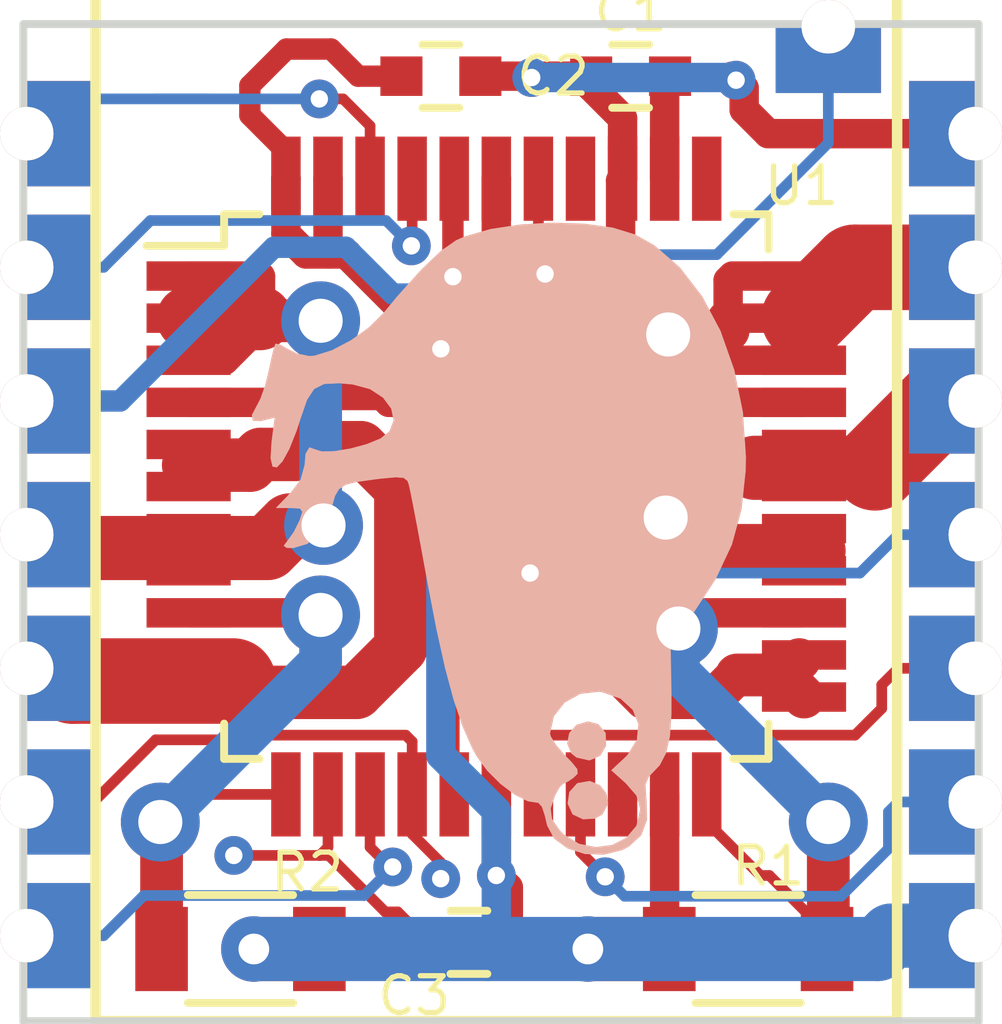
<source format=kicad_pcb>
(kicad_pcb (version 20171130) (host pcbnew "(5.1.12)-1")

  (general
    (thickness 1.6)
    (drawings 10)
    (tracks 326)
    (zones 0)
    (modules 22)
    (nets 23)
  )

  (page A4)
  (layers
    (0 F.Cu signal)
    (31 B.Cu signal)
    (32 B.Adhes user hide)
    (33 F.Adhes user hide)
    (34 B.Paste user hide)
    (35 F.Paste user hide)
    (36 B.SilkS user hide)
    (37 F.SilkS user hide)
    (38 B.Mask user hide)
    (39 F.Mask user hide)
    (40 Dwgs.User user hide)
    (41 Cmts.User user hide)
    (42 Eco1.User user hide)
    (43 Eco2.User user hide)
    (44 Edge.Cuts user)
    (45 Margin user hide)
    (46 B.CrtYd user hide)
    (47 F.CrtYd user hide)
    (48 B.Fab user hide)
    (49 F.Fab user hide)
  )

  (setup
    (last_trace_width 0.2032)
    (user_trace_width 0.254)
    (user_trace_width 0.4064)
    (user_trace_width 0.5588)
    (user_trace_width 0.762)
    (user_trace_width 0.8128)
    (user_trace_width 1.016)
    (user_trace_width 1.2192)
    (user_trace_width 2.032)
    (trace_clearance 0.2032)
    (zone_clearance 0.508)
    (zone_45_only no)
    (trace_min 0.2)
    (via_size 0.7366)
    (via_drill 0.3302)
    (via_min_size 0.4)
    (via_min_drill 0.3)
    (user_via 0.9906 0.3302)
    (user_via 1.2446 0.5842)
    (user_via 1.4986 0.8382)
    (user_via 1.7526 1.0922)
    (user_via 2.0066 1.3462)
    (user_via 2.2606 1.6002)
    (user_via 2.5146 1.8542)
    (user_via 2.7686 2.1082)
    (uvia_size 0.7366)
    (uvia_drill 0.3302)
    (uvias_allowed no)
    (uvia_min_size 0.2)
    (uvia_min_drill 0.1)
    (edge_width 0.15)
    (segment_width 0.2)
    (pcb_text_width 0.3)
    (pcb_text_size 1.5 1.5)
    (mod_edge_width 0.15)
    (mod_text_size 1 1)
    (mod_text_width 0.15)
    (pad_size 1.016 1.016)
    (pad_drill 1.016)
    (pad_to_mask_clearance 0.2)
    (aux_axis_origin 0 0)
    (visible_elements 7FFFFFFF)
    (pcbplotparams
      (layerselection 0x00030_80000001)
      (usegerberextensions false)
      (usegerberattributes true)
      (usegerberadvancedattributes true)
      (creategerberjobfile true)
      (excludeedgelayer true)
      (linewidth 0.100000)
      (plotframeref false)
      (viasonmask false)
      (mode 1)
      (useauxorigin false)
      (hpglpennumber 1)
      (hpglpenspeed 20)
      (hpglpendiameter 15.000000)
      (psnegative false)
      (psa4output false)
      (plotreference true)
      (plotvalue true)
      (plotinvisibletext false)
      (padsonsilk false)
      (subtractmaskfromsilk false)
      (outputformat 1)
      (mirror false)
      (drillshape 1)
      (scaleselection 1)
      (outputdirectory ""))
  )

  (net 0 "")
  (net 1 GND)
  (net 2 VPP)
  (net 3 "Net-(C3-Pad1)")
  (net 4 ~EN)
  (net 5 MISO)
  (net 6 MOSI)
  (net 7 SCK)
  (net 8 CSN)
  (net 9 STEP)
  (net 10 DIR)
  (net 11 SG_TEST)
  (net 12 VDD)
  (net 13 B1)
  (net 14 B2)
  (net 15 A2)
  (net 16 A1)
  (net 17 "Net-(R1-Pad1)")
  (net 18 "Net-(R2-Pad1)")
  (net 19 "Net-(U1-Pad20)")
  (net 20 "Net-(U1-Pad34)")
  (net 21 "Net-(U1-Pad37)")
  (net 22 "Net-(C1-Pad2)")

  (net_class Default "This is the default net class."
    (clearance 0.2032)
    (trace_width 0.2032)
    (via_dia 0.7366)
    (via_drill 0.3302)
    (uvia_dia 0.7366)
    (uvia_drill 0.3302)
    (add_net A1)
    (add_net A2)
    (add_net B1)
    (add_net B2)
    (add_net CSN)
    (add_net DIR)
    (add_net GND)
    (add_net MISO)
    (add_net MOSI)
    (add_net "Net-(C1-Pad2)")
    (add_net "Net-(C3-Pad1)")
    (add_net "Net-(R1-Pad1)")
    (add_net "Net-(R2-Pad1)")
    (add_net "Net-(U1-Pad20)")
    (add_net "Net-(U1-Pad34)")
    (add_net "Net-(U1-Pad37)")
    (add_net SCK)
    (add_net SG_TEST)
    (add_net STEP)
    (add_net VDD)
    (add_net VPP)
    (add_net ~EN)
  )

  (module Connectors:smd-edge (layer F.Cu) (tedit 57C48777) (tstamp 57C3819D)
    (at 157.607 98.298 180)
    (path /57C37AE0)
    (fp_text reference P10 (at -6.096 0 180) (layer F.SilkS)
      (effects (font (size 1 1) (thickness 0.15)))
    )
    (fp_text value VPP (at -2.667 0 180) (layer F.SilkS)
      (effects (font (size 1 1) (thickness 0.15)))
    )
    (pad 1 smd rect (at 0.635 0 180) (size 1.25 2) (layers F.Cu F.Paste F.Mask)
      (net 2 VPP))
    (pad 1 thru_hole circle (at 0 0 180) (size 1.016 1.016) (drill 1.016) (layers *.Cu *.SilkS)
      (net 2 VPP))
    (pad 1 smd rect (at 0.635 0 180) (size 1.25 2) (layers B.Cu B.Paste B.Mask)
      (net 2 VPP))
  )

  (module graphics:Kiwi-silk (layer B.Cu) (tedit 0) (tstamp 57C4A72D)
    (at 148.5011 106 90)
    (fp_text reference G*** (at 1.93294 -18.51914 90) (layer B.SilkS) hide
      (effects (font (size 1.524 1.524) (thickness 0.3)) (justify mirror))
    )
    (fp_text value LOGO (at -0.0091 -18.5011 90) (layer B.SilkS) hide
      (effects (font (size 1.524 1.524) (thickness 0.3)) (justify mirror))
    )
    (fp_poly (pts (xy -3.688247 2.075036) (xy -3.521848 1.936859) (xy -3.471333 1.742234) (xy -3.535127 1.524984)
      (xy -3.691507 1.389034) (xy -3.887968 1.35101) (xy -4.072006 1.427538) (xy -4.150378 1.527199)
      (xy -4.20467 1.769331) (xy -4.118715 1.972828) (xy -3.930258 2.083592) (xy -3.688247 2.075036)) (layer B.SilkS) (width 0.01))
    (fp_poly (pts (xy -4.84041 2.0936) (xy -4.682632 1.968271) (xy -4.603253 1.776929) (xy -4.64196 1.552361)
      (xy -4.650935 1.53471) (xy -4.810578 1.391445) (xy -5.028412 1.360078) (xy -5.227054 1.451047)
      (xy -5.2324 1.456267) (xy -5.323193 1.649688) (xy -5.309675 1.879163) (xy -5.2324 2.015067)
      (xy -5.036895 2.120128) (xy -4.84041 2.0936)) (layer B.SilkS) (width 0.01))
    (fp_poly (pts (xy 2.408064 4.684186) (xy 3.211965 4.519768) (xy 3.952217 4.258615) (xy 4.607631 3.911264)
      (xy 5.157013 3.48825) (xy 5.579173 3.00011) (xy 5.779099 2.644526) (xy 5.912059 2.212994)
      (xy 5.987545 1.672117) (xy 6.007098 1.071268) (xy 5.972262 0.459819) (xy 5.884579 -0.112859)
      (xy 5.745592 -0.597394) (xy 5.672666 -0.762001) (xy 5.469128 -1.054059) (xy 5.116586 -1.424774)
      (xy 4.615661 -1.873522) (xy 4.300817 -2.134205) (xy 4.022117 -2.414462) (xy 3.772247 -2.76206)
      (xy 3.581488 -3.125177) (xy 3.480121 -3.451994) (xy 3.471333 -3.553784) (xy 3.52073 -3.792661)
      (xy 3.606969 -3.965969) (xy 3.693898 -4.117575) (xy 3.706345 -4.195877) (xy 3.609528 -4.230528)
      (xy 3.39898 -4.281127) (xy 3.215835 -4.318284) (xy 2.919283 -4.390943) (xy 2.66506 -4.481057)
      (xy 2.569104 -4.530548) (xy 2.356554 -4.642492) (xy 2.250265 -4.626053) (xy 2.243836 -4.479264)
      (xy 2.254057 -4.433744) (xy 2.310007 -4.210822) (xy 1.832337 -4.270503) (xy 1.531954 -4.28765)
      (xy 1.379116 -4.252084) (xy 1.364437 -4.174708) (xy 1.478534 -4.066425) (xy 1.712021 -3.938139)
      (xy 2.055513 -3.800754) (xy 2.306396 -3.719718) (xy 2.647157 -3.600689) (xy 2.852786 -3.465493)
      (xy 2.949308 -3.273393) (xy 2.962746 -2.983652) (xy 2.939772 -2.728255) (xy 2.851156 -2.400297)
      (xy 2.687151 -2.150581) (xy 2.478139 -1.994577) (xy 2.254503 -1.947755) (xy 2.046627 -2.025583)
      (xy 1.904972 -2.201386) (xy 1.79682 -2.468089) (xy 1.713636 -2.778171) (xy 1.664587 -3.07873)
      (xy 1.65884 -3.316861) (xy 1.692454 -3.42794) (xy 1.735875 -3.551425) (xy 1.61972 -3.622495)
      (xy 1.408086 -3.640666) (xy 1.126323 -3.717195) (xy 0.871864 -3.911275) (xy 0.592667 -4.181884)
      (xy 0.592667 -3.913371) (xy 0.581828 -3.732534) (xy 0.518373 -3.685007) (xy 0.359988 -3.733321)
      (xy 0.132005 -3.847156) (xy -0.021012 -3.956015) (xy -0.127641 -4.036742) (xy -0.165159 -3.986862)
      (xy -0.169333 -3.861607) (xy -0.089665 -3.594035) (xy 0.129392 -3.356988) (xy 0.457914 -3.178261)
      (xy 0.621122 -3.127328) (xy 0.819388 -3.069576) (xy 0.950372 -2.992992) (xy 1.033846 -2.862427)
      (xy 1.089582 -2.642732) (xy 1.137351 -2.298757) (xy 1.15078 -2.185696) (xy 1.17612 -1.911293)
      (xy 1.16396 -1.759734) (xy 1.105612 -1.686997) (xy 1.047758 -1.663752) (xy 0.918515 -1.63459)
      (xy 0.650515 -1.581049) (xy 0.271708 -1.508469) (xy -0.189958 -1.422191) (xy -0.706535 -1.327557)
      (xy -0.804333 -1.309841) (xy -1.702119 -1.13752) (xy -2.449385 -0.97121) (xy -3.06457 -0.805698)
      (xy -3.566117 -0.635775) (xy -3.972466 -0.456229) (xy -4.13107 -0.369804) (xy -4.399724 -0.171977)
      (xy -4.654649 0.084818) (xy -4.859796 0.356266) (xy -4.979118 0.59805) (xy -4.995333 0.692694)
      (xy -5.010666 0.799303) (xy -5.083958 0.868561) (xy -5.256149 0.925754) (xy -5.44246 0.968868)
      (xy -5.693937 1.103386) (xy -5.877384 1.355014) (xy -5.981809 1.681425) (xy -5.990266 1.891969)
      (xy -5.859768 1.891969) (xy -5.796484 1.571005) (xy -5.617927 1.280459) (xy -5.542437 1.2065)
      (xy -5.323879 1.054137) (xy -5.120377 1.029155) (xy -4.872317 1.114257) (xy -4.714573 1.201499)
      (xy -4.653974 1.262424) (xy -4.606298 1.362277) (xy -4.537385 1.462445) (xy -4.460019 1.541728)
      (xy -4.376633 1.536532) (xy -4.245155 1.43173) (xy -4.125211 1.314278) (xy -3.926626 1.140265)
      (xy -3.756647 1.032786) (xy -3.696979 1.016) (xy -3.367795 1.092349) (xy -3.106161 1.297164)
      (xy -2.940756 1.5941) (xy -2.900264 1.94681) (xy -2.908696 2.014913) (xy -3.030769 2.36244)
      (xy -3.244757 2.596315) (xy -3.51727 2.704867) (xy -3.81492 2.676424) (xy -4.104318 2.499311)
      (xy -4.153552 2.450104) (xy -4.395709 2.190875) (xy -4.639938 2.464215) (xy -4.873828 2.666706)
      (xy -5.11447 2.736651) (xy -5.150325 2.737556) (xy -5.453058 2.666145) (xy -5.678548 2.476662)
      (xy -5.817287 2.206229) (xy -5.859768 1.891969) (xy -5.990266 1.891969) (xy -5.996224 2.040291)
      (xy -5.909638 2.389287) (xy -5.84431 2.516562) (xy -5.629181 2.753373) (xy -5.337468 2.861913)
      (xy -4.94366 2.851273) (xy -4.916555 2.847096) (xy -4.659855 2.833289) (xy -4.505841 2.901864)
      (xy -4.482219 2.927163) (xy -4.295872 3.105243) (xy -4.063431 3.225489) (xy -3.752546 3.296189)
      (xy -3.330865 3.325629) (xy -2.926406 3.325688) (xy -2.000478 3.30934) (xy -1.444739 3.718332)
      (xy -0.764255 4.16529) (xy -0.109436 4.473776) (xy 0.564842 4.659145) (xy 1.303705 4.736751)
      (xy 1.561708 4.741334) (xy 2.408064 4.684186)) (layer B.SilkS) (width 0.01))
  )

  (module Housings_QFP:LQFP-44_10x10mm_Pitch0.8mm (layer F.Cu) (tedit 57C48726) (tstamp 57C36823)
    (at 148.501 105.004)
    (descr "LQFP44 (see Appnote_PCB_Guidelines_TRINAMIC_packages.pdf)")
    (tags "QFP 0.8")
    (path /57C360A1)
    (attr smd)
    (fp_text reference U1 (at 5.8039 -5.715) (layer F.SilkS)
      (effects (font (size 0.7 0.7) (thickness 0.1)))
    )
    (fp_text value TMC261 (at 0 7.65) (layer F.Fab)
      (effects (font (size 1 1) (thickness 0.15)))
    )
    (fp_line (start -5.175 -4.575) (end -6.65 -4.575) (layer F.SilkS) (width 0.15))
    (fp_line (start 5.175 -5.175) (end 4.505 -5.175) (layer F.SilkS) (width 0.15))
    (fp_line (start 5.175 5.175) (end 4.505 5.175) (layer F.SilkS) (width 0.15))
    (fp_line (start -5.175 5.175) (end -4.505 5.175) (layer F.SilkS) (width 0.15))
    (fp_line (start -5.175 -5.175) (end -4.505 -5.175) (layer F.SilkS) (width 0.15))
    (fp_line (start -5.175 5.175) (end -5.175 4.505) (layer F.SilkS) (width 0.15))
    (fp_line (start 5.175 5.175) (end 5.175 4.505) (layer F.SilkS) (width 0.15))
    (fp_line (start 5.175 -5.175) (end 5.175 -4.505) (layer F.SilkS) (width 0.15))
    (fp_line (start -5.175 -5.175) (end -5.175 -4.575) (layer F.SilkS) (width 0.15))
    (fp_line (start -6.9 6.9) (end 6.9 6.9) (layer F.CrtYd) (width 0.05))
    (fp_line (start -6.9 -6.9) (end 6.9 -6.9) (layer F.CrtYd) (width 0.05))
    (fp_line (start 6.9 -6.9) (end 6.9 6.9) (layer F.CrtYd) (width 0.05))
    (fp_line (start -6.9 -6.9) (end -6.9 6.9) (layer F.CrtYd) (width 0.05))
    (fp_line (start -5 -4) (end -4 -5) (layer F.Fab) (width 0.15))
    (fp_line (start -5 5) (end -5 -4) (layer F.Fab) (width 0.15))
    (fp_line (start 5 5) (end -5 5) (layer F.Fab) (width 0.15))
    (fp_line (start 5 -5) (end 5 5) (layer F.Fab) (width 0.15))
    (fp_line (start -4 -5) (end 5 -5) (layer F.Fab) (width 0.15))
    (fp_text user %R (at -5.5011 -6.0036) (layer F.Fab)
      (effects (font (size 1 1) (thickness 0.15)))
    )
    (pad 1 smd rect (at -5.85 -4) (size 1.6 0.56) (layers F.Cu F.Paste F.Mask)
      (net 16 A1))
    (pad 2 smd rect (at -5.85 -3.2) (size 1.6 0.56) (layers F.Cu F.Paste F.Mask)
      (net 16 A1))
    (pad 3 smd rect (at -5.85 -2.4) (size 1.6 0.56) (layers F.Cu F.Paste F.Mask)
      (net 16 A1))
    (pad 4 smd rect (at -5.85 -1.6) (size 1.6 0.56) (layers F.Cu F.Paste F.Mask)
      (net 2 VPP))
    (pad 5 smd rect (at -5.85 -0.8) (size 1.6 0.56) (layers F.Cu F.Paste F.Mask)
      (net 15 A2))
    (pad 6 smd rect (at -5.85 0) (size 1.6 0.56) (layers F.Cu F.Paste F.Mask)
      (net 15 A2))
    (pad 7 smd rect (at -5.85 0.8) (size 1.6 0.56) (layers F.Cu F.Paste F.Mask)
      (net 16 A1))
    (pad 8 smd rect (at -5.85 1.6) (size 1.6 0.56) (layers F.Cu F.Paste F.Mask)
      (net 16 A1))
    (pad 9 smd rect (at -5.85 2.4) (size 1.6 0.56) (layers F.Cu F.Paste F.Mask)
      (net 18 "Net-(R2-Pad1)"))
    (pad 10 smd rect (at -5.85 3.2) (size 1.6 0.56) (layers F.Cu F.Paste F.Mask)
      (net 15 A2))
    (pad 11 smd rect (at -5.85 4) (size 1.6 0.56) (layers F.Cu F.Paste F.Mask)
      (net 15 A2))
    (pad 12 smd rect (at -4 5.85 90) (size 1.6 0.56) (layers F.Cu F.Paste F.Mask)
      (net 18 "Net-(R2-Pad1)"))
    (pad 13 smd rect (at -3.2 5.85 90) (size 1.6 0.56) (layers F.Cu F.Paste F.Mask)
      (net 3 "Net-(C3-Pad1)"))
    (pad 14 smd rect (at -2.4 5.85 90) (size 1.6 0.56) (layers F.Cu F.Paste F.Mask)
      (net 5 MISO))
    (pad 15 smd rect (at -1.6 5.85 90) (size 1.6 0.56) (layers F.Cu F.Paste F.Mask)
      (net 6 MOSI))
    (pad 16 smd rect (at -0.8 5.85 90) (size 1.6 0.56) (layers F.Cu F.Paste F.Mask)
      (net 7 SCK))
    (pad 17 smd rect (at 0 5.85 90) (size 1.6 0.56) (layers F.Cu F.Paste F.Mask)
      (net 1 GND))
    (pad 18 smd rect (at 0.8 5.85 90) (size 1.6 0.56) (layers F.Cu F.Paste F.Mask)
      (net 8 CSN))
    (pad 19 smd rect (at 1.6 5.85 90) (size 1.6 0.56) (layers F.Cu F.Paste F.Mask)
      (net 4 ~EN))
    (pad 20 smd rect (at 2.4 5.85 90) (size 1.6 0.56) (layers F.Cu F.Paste F.Mask)
      (net 19 "Net-(U1-Pad20)"))
    (pad 21 smd rect (at 3.2 5.85 90) (size 1.6 0.56) (layers F.Cu F.Paste F.Mask)
      (net 1 GND))
    (pad 22 smd rect (at 4 5.85 90) (size 1.6 0.56) (layers F.Cu F.Paste F.Mask)
      (net 17 "Net-(R1-Pad1)"))
    (pad 23 smd rect (at 5.85 4) (size 1.6 0.56) (layers F.Cu F.Paste F.Mask)
      (net 14 B2))
    (pad 24 smd rect (at 5.85 3.2) (size 1.6 0.56) (layers F.Cu F.Paste F.Mask)
      (net 14 B2))
    (pad 25 smd rect (at 5.85 2.4) (size 1.6 0.56) (layers F.Cu F.Paste F.Mask)
      (net 17 "Net-(R1-Pad1)"))
    (pad 26 smd rect (at 5.85 1.6) (size 1.6 0.56) (layers F.Cu F.Paste F.Mask)
      (net 13 B1))
    (pad 27 smd rect (at 5.85 0.8) (size 1.6 0.56) (layers F.Cu F.Paste F.Mask)
      (net 13 B1))
    (pad 28 smd rect (at 5.85 0) (size 1.6 0.56) (layers F.Cu F.Paste F.Mask)
      (net 14 B2))
    (pad 29 smd rect (at 5.85 -0.8) (size 1.6 0.56) (layers F.Cu F.Paste F.Mask)
      (net 14 B2))
    (pad 30 smd rect (at 5.85 -1.6) (size 1.6 0.56) (layers F.Cu F.Paste F.Mask)
      (net 2 VPP))
    (pad 31 smd rect (at 5.85 -2.4) (size 1.6 0.56) (layers F.Cu F.Paste F.Mask)
      (net 13 B1))
    (pad 32 smd rect (at 5.85 -3.2) (size 1.6 0.56) (layers F.Cu F.Paste F.Mask)
      (net 13 B1))
    (pad 33 smd rect (at 5.85 -4) (size 1.6 0.56) (layers F.Cu F.Paste F.Mask)
      (net 13 B1))
    (pad 34 smd rect (at 4 -5.85 90) (size 1.6 0.56) (layers F.Cu F.Paste F.Mask)
      (net 20 "Net-(U1-Pad34)"))
    (pad 35 smd rect (at 3.2 -5.85 90) (size 1.6 0.56) (layers F.Cu F.Paste F.Mask)
      (net 22 "Net-(C1-Pad2)"))
    (pad 36 smd rect (at 2.4 -5.85 90) (size 1.6 0.56) (layers F.Cu F.Paste F.Mask)
      (net 2 VPP))
    (pad 37 smd rect (at 1.6 -5.85 90) (size 1.6 0.56) (layers F.Cu F.Paste F.Mask)
      (net 21 "Net-(U1-Pad37)"))
    (pad 38 smd rect (at 0.8 -5.85 90) (size 1.6 0.56) (layers F.Cu F.Paste F.Mask)
      (net 11 SG_TEST))
    (pad 39 smd rect (at 0 -5.85 90) (size 1.6 0.56) (layers F.Cu F.Paste F.Mask)
      (net 1 GND))
    (pad 40 smd rect (at -0.8 -5.85 90) (size 1.6 0.56) (layers F.Cu F.Paste F.Mask)
      (net 12 VDD))
    (pad 41 smd rect (at -1.6 -5.85 90) (size 1.6 0.56) (layers F.Cu F.Paste F.Mask)
      (net 10 DIR))
    (pad 42 smd rect (at -2.4 -5.85 90) (size 1.6 0.56) (layers F.Cu F.Paste F.Mask)
      (net 9 STEP))
    (pad 43 smd rect (at -3.2 -5.85 90) (size 1.6 0.56) (layers F.Cu F.Paste F.Mask)
      (net 1 GND))
    (pad 44 smd rect (at -4 -5.85 90) (size 1.6 0.56) (layers F.Cu F.Paste F.Mask)
      (net 1 GND))
    (model Housings_QFP.3dshapes/LQFP-44_10x10mm_Pitch0.8mm.wrl
      (at (xyz 0 0 0))
      (scale (xyz 1 1 1))
      (rotate (xyz 0 0 0))
    )
  )

  (module Connectors:smd-edge (layer F.Cu) (tedit 57C487A6) (tstamp 57C3815E)
    (at 139.573 103.378)
    (path /57C372CB)
    (fp_text reference P1 (at -6.096 0) (layer F.SilkS)
      (effects (font (size 1 1) (thickness 0.15)))
    )
    (fp_text value VDD (at -2.667 0) (layer F.SilkS)
      (effects (font (size 1 1) (thickness 0.15)))
    )
    (pad 1 smd rect (at 0.635 0) (size 1.25 2) (layers F.Cu F.Paste F.Mask)
      (net 12 VDD))
    (pad 1 thru_hole circle (at 0 0) (size 1.016 1.016) (drill 1.016) (layers *.Cu *.SilkS)
      (net 12 VDD))
    (pad 1 smd rect (at 0.635 0) (size 1.25 2) (layers B.Cu B.Paste B.Mask)
      (net 12 VDD))
  )

  (module Capacitors_SMD:C_0603 (layer F.Cu) (tedit 57C48709) (tstamp 57C367C0)
    (at 151.054 97.2058)
    (descr "Capacitor SMD 0603, reflow soldering, AVX (see smccp.pdf)")
    (tags "capacitor 0603")
    (path /57C3B6AE)
    (attr smd)
    (fp_text reference C1 (at 0 -1.2192) (layer F.SilkS)
      (effects (font (size 0.7 0.7) (thickness 0.1)))
    )
    (fp_text value 100nF (at 0 1.9) (layer F.Fab)
      (effects (font (size 1 1) (thickness 0.15)))
    )
    (fp_line (start 0.35 0.6) (end -0.35 0.6) (layer F.SilkS) (width 0.15))
    (fp_line (start -0.35 -0.6) (end 0.35 -0.6) (layer F.SilkS) (width 0.15))
    (fp_line (start 1.45 -0.75) (end 1.45 0.75) (layer F.CrtYd) (width 0.05))
    (fp_line (start -1.45 -0.75) (end -1.45 0.75) (layer F.CrtYd) (width 0.05))
    (fp_line (start -1.45 0.75) (end 1.45 0.75) (layer F.CrtYd) (width 0.05))
    (fp_line (start -1.45 -0.75) (end 1.45 -0.75) (layer F.CrtYd) (width 0.05))
    (pad 1 smd rect (at -0.75 0) (size 0.8 0.75) (layers F.Cu F.Paste F.Mask)
      (net 2 VPP))
    (pad 2 smd rect (at 0.75 0) (size 0.8 0.75) (layers F.Cu F.Paste F.Mask)
      (net 22 "Net-(C1-Pad2)"))
    (model Capacitors_SMD.3dshapes/C_0603.wrl
      (at (xyz 0 0 0))
      (scale (xyz 1 1 1))
      (rotate (xyz 0 0 0))
    )
  )

  (module Capacitors_SMD:C_0603 (layer F.Cu) (tedit 57C4871A) (tstamp 57C367C6)
    (at 147.447 97.2058 180)
    (descr "Capacitor SMD 0603, reflow soldering, AVX (see smccp.pdf)")
    (tags "capacitor 0603")
    (path /57C3B3D3)
    (attr smd)
    (fp_text reference C2 (at -2.1336 0 180) (layer F.SilkS)
      (effects (font (size 0.7 0.7) (thickness 0.1)))
    )
    (fp_text value 100nF (at 0 1.9 180) (layer F.Fab)
      (effects (font (size 1 1) (thickness 0.15)))
    )
    (fp_line (start 0.35 0.6) (end -0.35 0.6) (layer F.SilkS) (width 0.15))
    (fp_line (start -0.35 -0.6) (end 0.35 -0.6) (layer F.SilkS) (width 0.15))
    (fp_line (start 1.45 -0.75) (end 1.45 0.75) (layer F.CrtYd) (width 0.05))
    (fp_line (start -1.45 -0.75) (end -1.45 0.75) (layer F.CrtYd) (width 0.05))
    (fp_line (start -1.45 0.75) (end 1.45 0.75) (layer F.CrtYd) (width 0.05))
    (fp_line (start -1.45 -0.75) (end 1.45 -0.75) (layer F.CrtYd) (width 0.05))
    (pad 1 smd rect (at -0.75 0 180) (size 0.8 0.75) (layers F.Cu F.Paste F.Mask)
      (net 2 VPP))
    (pad 2 smd rect (at 0.75 0 180) (size 0.8 0.75) (layers F.Cu F.Paste F.Mask)
      (net 1 GND))
    (model Capacitors_SMD.3dshapes/C_0603.wrl
      (at (xyz 0 0 0))
      (scale (xyz 1 1 1))
      (rotate (xyz 0 0 0))
    )
  )

  (module Capacitors_SMD:C_0603 (layer F.Cu) (tedit 57C4867D) (tstamp 57C367CC)
    (at 147.98 113.665)
    (descr "Capacitor SMD 0603, reflow soldering, AVX (see smccp.pdf)")
    (tags "capacitor 0603")
    (path /57C3534F)
    (attr smd)
    (fp_text reference C3 (at -1.0414 1.016) (layer F.SilkS)
      (effects (font (size 0.7 0.7) (thickness 0.1)))
    )
    (fp_text value 470nF (at 0 1.9) (layer F.Fab)
      (effects (font (size 1 1) (thickness 0.15)))
    )
    (fp_line (start 0.35 0.6) (end -0.35 0.6) (layer F.SilkS) (width 0.15))
    (fp_line (start -0.35 -0.6) (end 0.35 -0.6) (layer F.SilkS) (width 0.15))
    (fp_line (start 1.45 -0.75) (end 1.45 0.75) (layer F.CrtYd) (width 0.05))
    (fp_line (start -1.45 -0.75) (end -1.45 0.75) (layer F.CrtYd) (width 0.05))
    (fp_line (start -1.45 0.75) (end 1.45 0.75) (layer F.CrtYd) (width 0.05))
    (fp_line (start -1.45 -0.75) (end 1.45 -0.75) (layer F.CrtYd) (width 0.05))
    (pad 1 smd rect (at -0.75 0) (size 0.8 0.75) (layers F.Cu F.Paste F.Mask)
      (net 3 "Net-(C3-Pad1)"))
    (pad 2 smd rect (at 0.75 0) (size 0.8 0.75) (layers F.Cu F.Paste F.Mask)
      (net 1 GND))
    (model Capacitors_SMD.3dshapes/C_0603.wrl
      (at (xyz 0 0 0))
      (scale (xyz 1 1 1))
      (rotate (xyz 0 0 0))
    )
  )

  (module Capacitors_SMD:C_1206 (layer F.Cu) (tedit 57C486E8) (tstamp 57C367ED)
    (at 153.289 113.792 180)
    (descr "Capacitor SMD 1206, reflow soldering, AVX (see smccp.pdf)")
    (tags "capacitor 1206")
    (path /57C36FFF)
    (attr smd)
    (fp_text reference R1 (at -0.381 1.5748) (layer F.SilkS)
      (effects (font (size 0.7 0.7) (thickness 0.1)))
    )
    (fp_text value 150mR (at 0 2.3 180) (layer F.Fab)
      (effects (font (size 1 1) (thickness 0.15)))
    )
    (fp_line (start -1 1.025) (end 1 1.025) (layer F.SilkS) (width 0.15))
    (fp_line (start 1 -1.025) (end -1 -1.025) (layer F.SilkS) (width 0.15))
    (fp_line (start 2.3 -1.15) (end 2.3 1.15) (layer F.CrtYd) (width 0.05))
    (fp_line (start -2.3 -1.15) (end -2.3 1.15) (layer F.CrtYd) (width 0.05))
    (fp_line (start -2.3 1.15) (end 2.3 1.15) (layer F.CrtYd) (width 0.05))
    (fp_line (start -2.3 -1.15) (end 2.3 -1.15) (layer F.CrtYd) (width 0.05))
    (pad 1 smd rect (at -1.5 0 180) (size 1 1.6) (layers F.Cu F.Paste F.Mask)
      (net 17 "Net-(R1-Pad1)"))
    (pad 2 smd rect (at 1.5 0 180) (size 1 1.6) (layers F.Cu F.Paste F.Mask)
      (net 1 GND))
    (model Capacitors_SMD.3dshapes/C_1206.wrl
      (at (xyz 0 0 0))
      (scale (xyz 1 1 1))
      (rotate (xyz 0 0 0))
    )
  )

  (module Capacitors_SMD:C_1206 (layer F.Cu) (tedit 57C486B1) (tstamp 57C367F3)
    (at 143.637 113.792)
    (descr "Capacitor SMD 1206, reflow soldering, AVX (see smccp.pdf)")
    (tags "capacitor 1206")
    (path /57C3723D)
    (attr smd)
    (fp_text reference R2 (at 1.27 -1.4605 180) (layer F.SilkS)
      (effects (font (size 0.7 0.7) (thickness 0.1)))
    )
    (fp_text value 150mR (at 0 2.3) (layer F.Fab)
      (effects (font (size 1 1) (thickness 0.15)))
    )
    (fp_line (start -1 1.025) (end 1 1.025) (layer F.SilkS) (width 0.15))
    (fp_line (start 1 -1.025) (end -1 -1.025) (layer F.SilkS) (width 0.15))
    (fp_line (start 2.3 -1.15) (end 2.3 1.15) (layer F.CrtYd) (width 0.05))
    (fp_line (start -2.3 -1.15) (end -2.3 1.15) (layer F.CrtYd) (width 0.05))
    (fp_line (start -2.3 1.15) (end 2.3 1.15) (layer F.CrtYd) (width 0.05))
    (fp_line (start -2.3 -1.15) (end 2.3 -1.15) (layer F.CrtYd) (width 0.05))
    (pad 1 smd rect (at -1.5 0) (size 1 1.6) (layers F.Cu F.Paste F.Mask)
      (net 18 "Net-(R2-Pad1)"))
    (pad 2 smd rect (at 1.5 0) (size 1 1.6) (layers F.Cu F.Paste F.Mask)
      (net 1 GND))
    (model Capacitors_SMD.3dshapes/C_1206.wrl
      (at (xyz 0 0 0))
      (scale (xyz 1 1 1))
      (rotate (xyz 0 0 0))
    )
  )

  (module Connectors:smd-edge (layer F.Cu) (tedit 57C487B6) (tstamp 57C38165)
    (at 139.573 113.538)
    (path /57C3781E)
    (fp_text reference P2 (at -6.096 0) (layer F.SilkS)
      (effects (font (size 1 1) (thickness 0.15)))
    )
    (fp_text value MISO (at -2.667 0) (layer F.SilkS)
      (effects (font (size 1 1) (thickness 0.15)))
    )
    (pad 1 smd rect (at 0.635 0) (size 1.25 2) (layers F.Cu F.Paste F.Mask)
      (net 5 MISO))
    (pad 1 thru_hole circle (at 0 0) (size 1.016 1.016) (drill 1.016) (layers *.Cu *.SilkS)
      (net 5 MISO))
    (pad 1 smd rect (at 0.635 0) (size 1.25 2) (layers B.Cu B.Paste B.Mask)
      (net 5 MISO))
  )

  (module Connectors:smd-edge (layer F.Cu) (tedit 57C487B3) (tstamp 57C3816C)
    (at 139.573 110.998)
    (path /57C37857)
    (fp_text reference P3 (at -6.096 0) (layer F.SilkS)
      (effects (font (size 1 1) (thickness 0.15)))
    )
    (fp_text value MOSI (at -2.667 0) (layer F.SilkS)
      (effects (font (size 1 1) (thickness 0.15)))
    )
    (pad 1 smd rect (at 0.635 0) (size 1.25 2) (layers F.Cu F.Paste F.Mask)
      (net 6 MOSI))
    (pad 1 thru_hole circle (at 0 0) (size 1.016 1.016) (drill 1.016) (layers *.Cu *.SilkS)
      (net 6 MOSI))
    (pad 1 smd rect (at 0.635 0) (size 1.25 2) (layers B.Cu B.Paste B.Mask)
      (net 6 MOSI))
  )

  (module Connectors:smd-edge (layer F.Cu) (tedit 57C48789) (tstamp 57C38173)
    (at 157.607 105.918 180)
    (path /57C3787F)
    (fp_text reference P4 (at -6.096 0 180) (layer F.SilkS)
      (effects (font (size 1 1) (thickness 0.15)))
    )
    (fp_text value SCK (at -2.667 0 180) (layer F.SilkS)
      (effects (font (size 1 1) (thickness 0.15)))
    )
    (pad 1 smd rect (at 0.635 0 180) (size 1.25 2) (layers F.Cu F.Paste F.Mask)
      (net 7 SCK))
    (pad 1 thru_hole circle (at 0 0 180) (size 1.016 1.016) (drill 1.016) (layers *.Cu *.SilkS)
      (net 7 SCK))
    (pad 1 smd rect (at 0.635 0 180) (size 1.25 2) (layers B.Cu B.Paste B.Mask)
      (net 7 SCK))
  )

  (module Connectors:smd-edge (layer F.Cu) (tedit 57C48795) (tstamp 57C3817A)
    (at 157.607 110.998 180)
    (path /57C378B6)
    (fp_text reference P5 (at -6.096 0 180) (layer F.SilkS)
      (effects (font (size 1 1) (thickness 0.15)))
    )
    (fp_text value ~EN (at -2.667 0 180) (layer F.SilkS)
      (effects (font (size 1 1) (thickness 0.15)))
    )
    (pad 1 smd rect (at 0.635 0 180) (size 1.25 2) (layers F.Cu F.Paste F.Mask)
      (net 4 ~EN))
    (pad 1 thru_hole circle (at 0 0 180) (size 1.016 1.016) (drill 1.016) (layers *.Cu *.SilkS)
      (net 4 ~EN))
    (pad 1 smd rect (at 0.635 0 180) (size 1.25 2) (layers B.Cu B.Paste B.Mask)
      (net 4 ~EN))
  )

  (module Connectors:smd-edge (layer F.Cu) (tedit 57C4878E) (tstamp 57C38181)
    (at 157.607 108.458 180)
    (path /57C378F2)
    (fp_text reference P6 (at -6.096 0 180) (layer F.SilkS)
      (effects (font (size 1 1) (thickness 0.15)))
    )
    (fp_text value CSN (at -2.667 0 180) (layer F.SilkS)
      (effects (font (size 1 1) (thickness 0.15)))
    )
    (pad 1 smd rect (at 0.635 0 180) (size 1.25 2) (layers F.Cu F.Paste F.Mask)
      (net 8 CSN))
    (pad 1 thru_hole circle (at 0 0 180) (size 1.016 1.016) (drill 1.016) (layers *.Cu *.SilkS)
      (net 8 CSN))
    (pad 1 smd rect (at 0.635 0 180) (size 1.25 2) (layers B.Cu B.Paste B.Mask)
      (net 8 CSN))
  )

  (module Connectors:smd-edge (layer F.Cu) (tedit 57C4879F) (tstamp 57C38188)
    (at 139.573 98.298)
    (path /57C37A05)
    (fp_text reference P7 (at -6.096 0) (layer F.SilkS)
      (effects (font (size 1 1) (thickness 0.15)))
    )
    (fp_text value STEP (at -2.667 0) (layer F.SilkS)
      (effects (font (size 1 1) (thickness 0.15)))
    )
    (pad 1 smd rect (at 0.635 0) (size 1.25 2) (layers F.Cu F.Paste F.Mask)
      (net 9 STEP))
    (pad 1 thru_hole circle (at 0 0) (size 1.016 1.016) (drill 1.016) (layers *.Cu *.SilkS)
      (net 9 STEP))
    (pad 1 smd rect (at 0.635 0) (size 1.25 2) (layers B.Cu B.Paste B.Mask)
      (net 9 STEP))
  )

  (module Connectors:smd-edge (layer F.Cu) (tedit 57C487A3) (tstamp 57C3818F)
    (at 139.573 100.838)
    (path /57C37A47)
    (fp_text reference P8 (at -6.096 0) (layer F.SilkS)
      (effects (font (size 1 1) (thickness 0.15)))
    )
    (fp_text value DIR (at -2.667 0) (layer F.SilkS)
      (effects (font (size 1 1) (thickness 0.15)))
    )
    (pad 1 smd rect (at 0.635 0) (size 1.25 2) (layers F.Cu F.Paste F.Mask)
      (net 10 DIR))
    (pad 1 thru_hole circle (at 0 0) (size 1.016 1.016) (drill 1.016) (layers *.Cu *.SilkS)
      (net 10 DIR))
    (pad 1 smd rect (at 0.635 0) (size 1.25 2) (layers B.Cu B.Paste B.Mask)
      (net 10 DIR))
  )

  (module Connectors:smd-edge (layer F.Cu) (tedit 57C487BC) (tstamp 57C38196)
    (at 154.813 96.266 270)
    (path /57C37A8C)
    (fp_text reference P9 (at -6.096 0) (layer F.SilkS)
      (effects (font (size 1 1) (thickness 0.15)))
    )
    (fp_text value SG_TEST (at -2.667 0) (layer F.SilkS)
      (effects (font (size 1 1) (thickness 0.15)))
    )
    (pad 1 smd rect (at 0.635 0 270) (size 1.25 2) (layers F.Cu F.Paste F.Mask)
      (net 11 SG_TEST))
    (pad 1 thru_hole circle (at 0 0 270) (size 1.016 1.016) (drill 1.016) (layers *.Cu *.SilkS)
      (net 11 SG_TEST))
    (pad 1 smd rect (at 0.635 0 270) (size 1.25 2) (layers B.Cu B.Paste B.Mask)
      (net 11 SG_TEST))
  )

  (module Connectors:smd-edge (layer F.Cu) (tedit 57C48799) (tstamp 57C381A4)
    (at 157.607 113.538 180)
    (path /57C37CE7)
    (fp_text reference P11 (at -6.096 0 180) (layer F.SilkS)
      (effects (font (size 1 1) (thickness 0.15)))
    )
    (fp_text value GND (at -2.667 0 180) (layer F.SilkS)
      (effects (font (size 1 1) (thickness 0.15)))
    )
    (pad 1 smd rect (at 0.635 0 180) (size 1.25 2) (layers F.Cu F.Paste F.Mask)
      (net 1 GND))
    (pad 1 thru_hole circle (at 0 0 180) (size 1.016 1.016) (drill 1.016) (layers *.Cu *.SilkS)
      (net 1 GND))
    (pad 1 smd rect (at 0.635 0 180) (size 1.25 2) (layers B.Cu B.Paste B.Mask)
      (net 1 GND))
  )

  (module Connectors:smd-edge (layer F.Cu) (tedit 57C4877D) (tstamp 57C381AB)
    (at 157.607 100.838 180)
    (path /57C37D4F)
    (fp_text reference P12 (at -6.096 0 180) (layer F.SilkS)
      (effects (font (size 1 1) (thickness 0.15)))
    )
    (fp_text value B1 (at -2.667 0 180) (layer F.SilkS)
      (effects (font (size 1 1) (thickness 0.15)))
    )
    (pad 1 smd rect (at 0.635 0 180) (size 1.25 2) (layers F.Cu F.Paste F.Mask)
      (net 13 B1))
    (pad 1 thru_hole circle (at 0 0 180) (size 1.016 1.016) (drill 1.016) (layers *.Cu *.SilkS)
      (net 13 B1))
    (pad 1 smd rect (at 0.635 0 180) (size 1.25 2) (layers B.Cu B.Paste B.Mask)
      (net 13 B1))
  )

  (module Connectors:smd-edge (layer F.Cu) (tedit 57C48785) (tstamp 57C381B2)
    (at 157.607 103.378 180)
    (path /57C37D9E)
    (fp_text reference P13 (at -6.096 0 180) (layer F.SilkS)
      (effects (font (size 1 1) (thickness 0.15)))
    )
    (fp_text value B2 (at -2.667 0 180) (layer F.SilkS)
      (effects (font (size 1 1) (thickness 0.15)))
    )
    (pad 1 smd rect (at 0.635 0 180) (size 1.25 2) (layers F.Cu F.Paste F.Mask)
      (net 14 B2))
    (pad 1 thru_hole circle (at 0 0 180) (size 1.016 1.016) (drill 1.016) (layers *.Cu *.SilkS)
      (net 14 B2))
    (pad 1 smd rect (at 0.635 0 180) (size 1.25 2) (layers B.Cu B.Paste B.Mask)
      (net 14 B2))
  )

  (module Connectors:smd-edge (layer F.Cu) (tedit 57C487AE) (tstamp 57C381B9)
    (at 139.573 108.458)
    (path /57C37E1A)
    (fp_text reference P14 (at -6.096 0) (layer F.SilkS)
      (effects (font (size 1 1) (thickness 0.15)))
    )
    (fp_text value A2 (at -2.667 0) (layer F.SilkS)
      (effects (font (size 1 1) (thickness 0.15)))
    )
    (pad 1 smd rect (at 0.635 0) (size 1.25 2) (layers F.Cu F.Paste F.Mask)
      (net 15 A2))
    (pad 1 thru_hole circle (at 0 0) (size 1.016 1.016) (drill 1.016) (layers *.Cu *.SilkS)
      (net 15 A2))
    (pad 1 smd rect (at 0.635 0) (size 1.25 2) (layers B.Cu B.Paste B.Mask)
      (net 15 A2))
  )

  (module Connectors:smd-edge (layer F.Cu) (tedit 57C487AA) (tstamp 57C381C0)
    (at 139.573 105.918)
    (path /57C37E75)
    (fp_text reference P15 (at -6.096 0) (layer F.SilkS)
      (effects (font (size 1 1) (thickness 0.15)))
    )
    (fp_text value A1 (at -2.667 0) (layer F.SilkS)
      (effects (font (size 1 1) (thickness 0.15)))
    )
    (pad 1 smd rect (at 0.635 0) (size 1.25 2) (layers F.Cu F.Paste F.Mask)
      (net 16 A1))
    (pad 1 thru_hole circle (at 0 0) (size 1.016 1.016) (drill 1.016) (layers *.Cu *.SilkS)
      (net 16 A1))
    (pad 1 smd rect (at 0.635 0) (size 1.25 2) (layers B.Cu B.Paste B.Mask)
      (net 16 A1))
  )

  (dimension 18.173704 (width 0.3) (layer Dwgs.User)
    (gr_text "18.174 mm" (at 148.592805 120.241481 359.959961) (layer Dwgs.User)
      (effects (font (size 1.5 1.5) (thickness 0.3)))
    )
    (feature1 (pts (xy 157.6832 115.1763) (xy 157.678712 121.597831)))
    (feature2 (pts (xy 139.5095 115.1636) (xy 139.505012 121.585131)))
    (crossbar (pts (xy 139.506899 118.885132) (xy 157.680599 118.897832)))
    (arrow1a (pts (xy 157.680599 118.897832) (xy 156.553686 119.483465)))
    (arrow1b (pts (xy 157.680599 118.897832) (xy 156.554505 118.310624)))
    (arrow2a (pts (xy 139.506899 118.885132) (xy 140.632993 119.47234)))
    (arrow2b (pts (xy 139.506899 118.885132) (xy 140.633812 118.299499)))
  )
  (dimension 18.948404 (width 0.3) (layer Dwgs.User)
    (gr_text "18.948 mm" (at 170.080568 105.697714 89.96159801) (layer Dwgs.User)
      (effects (font (size 1.5 1.5) (thickness 0.3)))
    )
    (feature1 (pts (xy 157.6832 96.2152) (xy 171.436918 96.224419)))
    (feature2 (pts (xy 157.6705 115.1636) (xy 171.424218 115.172819)))
    (crossbar (pts (xy 168.724219 115.171009) (xy 168.736919 96.222609)))
    (arrow1a (pts (xy 168.736919 96.222609) (xy 169.322585 97.349506)))
    (arrow1b (pts (xy 168.736919 96.222609) (xy 168.149743 97.348719)))
    (arrow2a (pts (xy 168.724219 115.171009) (xy 169.311395 114.044899)))
    (arrow2b (pts (xy 168.724219 115.171009) (xy 168.138553 114.044112)))
  )
  (gr_line (start 139.5095 115.1636) (end 139.5095 96.2152) (layer Edge.Cuts) (width 0.15))
  (gr_line (start 157.6705 115.1636) (end 139.5095 115.1636) (layer Edge.Cuts) (width 0.15))
  (gr_line (start 157.6705 96.2152) (end 157.6705 115.1636) (layer Edge.Cuts) (width 0.15))
  (gr_line (start 139.5095 96.2152) (end 157.6705 96.2152) (layer Edge.Cuts) (width 0.15))
  (gr_line (start 140.8811 115.1763) (end 140.8811 94.8436) (layer F.SilkS) (width 0.2))
  (gr_line (start 156.1211 115.1636) (end 140.8811 115.1636) (layer F.SilkS) (width 0.2))
  (gr_line (start 156.1211 94.8563) (end 156.1211 115.1636) (layer F.SilkS) (width 0.2))
  (gr_line (start 140.8811 94.8436) (end 156.1211 94.8436) (layer F.SilkS) (width 0.2))

  (segment (start 144.501 99.154) (end 144.501 99.7124) (width 0.5588) (layer F.Cu) (net 1))
  (segment (start 144.501 99.1536) (end 144.501 99.154) (width 0.5588) (layer F.Cu) (net 1))
  (segment (start 145.301 99.154) (end 145.301 100.572) (width 0.5588) (layer F.Cu) (net 1))
  (segment (start 145.301 100.572) (end 145.313 100.584) (width 0.5588) (layer F.Cu) (net 1))
  (segment (start 145.301 99.1536) (end 145.301 99.154) (width 0.5588) (layer F.Cu) (net 1))
  (segment (start 148.501 99.154) (end 148.501 100.512) (width 0.5588) (layer F.Cu) (net 1))
  (segment (start 148.501 100.512) (end 148.527 100.538) (width 0.5588) (layer F.Cu) (net 1))
  (segment (start 148.527 100.538) (end 148.527 101.829) (width 0.5588) (layer F.Cu) (net 1))
  (segment (start 148.527 101.829) (end 147.968 102.387) (width 0.5588) (layer F.Cu) (net 1))
  (segment (start 147.968 102.387) (end 147.447 102.387) (width 0.5588) (layer F.Cu) (net 1))
  (segment (start 148.501 99.1536) (end 148.501 99.154) (width 0.5588) (layer F.Cu) (net 1))
  (segment (start 145.313 100.584) (end 145.669 100.584) (width 0.5588) (layer F.Cu) (net 1))
  (segment (start 145.669 100.584) (end 145.669 100.609) (width 0.5588) (layer F.Cu) (net 1))
  (segment (start 145.669 100.609) (end 147.447 102.387) (width 0.5588) (layer F.Cu) (net 1))
  (segment (start 144.501 99.7124) (end 144.501 100.204) (width 0.5588) (layer F.Cu) (net 1))
  (segment (start 144.501 100.204) (end 144.882 100.584) (width 0.5588) (layer F.Cu) (net 1))
  (segment (start 144.882 100.584) (end 145.313 100.584) (width 0.5588) (layer F.Cu) (net 1))
  (segment (start 144.501 99.154) (end 144.501 99.7124) (width 0.5588) (layer F.Cu) (net 1))
  (segment (start 144.501 99.1536) (end 144.501 99.154) (width 0.5588) (layer F.Cu) (net 1))
  (segment (start 148.501 110.854) (end 148.501 112.395) (width 0.5588) (layer F.Cu) (net 1))
  (segment (start 156.972 113.538) (end 156.007 113.538) (width 1.2192) (layer B.Cu) (net 1))
  (segment (start 156.007 113.538) (end 155.753 113.792) (width 1.2192) (layer B.Cu) (net 1))
  (segment (start 155.753 113.792) (end 150.241 113.792) (width 1.2192) (layer B.Cu) (net 1))
  (segment (start 156.972 113.538) (end 157.607 113.538) (width 0.2032) (layer B.Cu) (net 1))
  (segment (start 145.137 113.792) (end 143.891 113.792) (width 1.2192) (layer F.Cu) (net 1))
  (segment (start 150.241 113.792) (end 151.789 113.792) (width 1.2192) (layer F.Cu) (net 1))
  (segment (start 147.447 102.387) (end 147.447 110.109) (width 0.5588) (layer B.Cu) (net 1))
  (segment (start 147.447 110.109) (end 148.501 111.163) (width 0.5588) (layer B.Cu) (net 1))
  (segment (start 148.501 111.163) (end 148.501 112.395) (width 0.5588) (layer B.Cu) (net 1))
  (segment (start 148.501 112.395) (end 148.501 113.627) (width 0.5588) (layer B.Cu) (net 1))
  (segment (start 148.501 113.627) (end 148.336 113.792) (width 0.5588) (layer B.Cu) (net 1))
  (segment (start 148.336 113.792) (end 150.241 113.792) (width 1.2192) (layer B.Cu) (net 1))
  (segment (start 143.891 113.792) (end 148.336 113.792) (width 1.2192) (layer B.Cu) (net 1))
  (segment (start 150.114 113.665) (end 150.241 113.792) (width 0.762) (layer F.Cu) (net 1))
  (segment (start 148.73 113.665) (end 148.73 112.624) (width 0.5588) (layer F.Cu) (net 1))
  (segment (start 148.73 112.624) (end 148.501 112.395) (width 0.5588) (layer F.Cu) (net 1))
  (segment (start 151.701 110.854) (end 151.701 113.704) (width 0.5588) (layer F.Cu) (net 1))
  (segment (start 151.701 113.704) (end 151.789 113.792) (width 0.5588) (layer F.Cu) (net 1))
  (segment (start 146.697 97.2058) (end 145.875 97.2058) (width 0.4064) (layer F.Cu) (net 1))
  (segment (start 145.875 97.2058) (end 145.359 96.6902) (width 0.4064) (layer F.Cu) (net 1))
  (segment (start 145.359 96.6902) (end 144.511 96.6902) (width 0.4064) (layer F.Cu) (net 1))
  (segment (start 144.511 96.6902) (end 143.815 97.3863) (width 0.4064) (layer F.Cu) (net 1))
  (segment (start 143.815 97.3863) (end 143.815 97.9472) (width 0.4064) (layer F.Cu) (net 1))
  (segment (start 143.815 97.9472) (end 144.501 98.6336) (width 0.4064) (layer F.Cu) (net 1))
  (segment (start 144.501 98.6336) (end 144.501 99.1536) (width 0.4064) (layer F.Cu) (net 1))
  (via (at 148.501 112.395) (size 0.7366) (layers F.Cu B.Cu) (net 1))
  (via (at 143.891 113.792) (size 1.2446) (drill 0.5842) (layers F.Cu B.Cu) (net 1))
  (via (at 150.241 113.792) (size 1.2446) (drill 0.5842) (layers F.Cu B.Cu) (net 1))
  (via (at 147.447 102.387) (size 0.7366) (layers F.Cu B.Cu) (net 1))
  (segment (start 156.972 113.538) (end 157.29069 113.538) (width 0.2032) (layer F.Cu) (net 1))
  (segment (start 150.901 98.5792) (end 150.901 99.1536) (width 0.5588) (layer F.Cu) (net 2))
  (segment (start 150.901 99.1536) (end 150.864 99.191) (width 0.5588) (layer F.Cu) (net 2))
  (segment (start 150.864 99.191) (end 150.864 100.34) (width 0.5588) (layer F.Cu) (net 2))
  (segment (start 150.864 100.34) (end 150.495 100.708) (width 0.5588) (layer F.Cu) (net 2))
  (segment (start 150.495 100.708) (end 150.495 103.277) (width 0.5588) (layer F.Cu) (net 2))
  (segment (start 150.495 103.277) (end 150.426 103.346) (width 0.5588) (layer F.Cu) (net 2))
  (segment (start 150.304 97.2058) (end 150.304 97.4076) (width 0.5588) (layer F.Cu) (net 2))
  (segment (start 150.304 97.4076) (end 150.901 98.0049) (width 0.5588) (layer F.Cu) (net 2))
  (segment (start 150.901 98.0049) (end 150.901 98.5792) (width 0.5588) (layer F.Cu) (net 2))
  (segment (start 150.901 98.5792) (end 150.901 99.154) (width 0.2032) (layer F.Cu) (net 2))
  (segment (start 150.426 103.346) (end 150.368 103.404) (width 0.5588) (layer F.Cu) (net 2))
  (segment (start 150.368 103.404) (end 150.426 103.346) (width 0.5588) (layer F.Cu) (net 2))
  (segment (start 150.426 103.346) (end 152.724 103.346) (width 0.5588) (layer F.Cu) (net 2))
  (segment (start 152.724 103.346) (end 152.741 103.328) (width 0.5588) (layer F.Cu) (net 2))
  (segment (start 152.741 103.328) (end 152.816 103.404) (width 0.5588) (layer F.Cu) (net 2))
  (segment (start 152.816 103.404) (end 154.351 103.404) (width 0.5588) (layer F.Cu) (net 2))
  (segment (start 156.972 98.298) (end 153.67 98.298) (width 0.5588) (layer F.Cu) (net 2))
  (segment (start 153.67 98.298) (end 153.213 97.8408) (width 0.5588) (layer F.Cu) (net 2))
  (segment (start 153.213 97.8408) (end 153.213 97.4344) (width 0.5588) (layer F.Cu) (net 2))
  (segment (start 153.213 97.4344) (end 153.06 97.282) (width 0.5588) (layer F.Cu) (net 2))
  (segment (start 142.651 103.404) (end 144.246 103.404) (width 0.5588) (layer F.Cu) (net 2))
  (segment (start 144.246 103.404) (end 144.375 103.275) (width 0.5588) (layer F.Cu) (net 2))
  (segment (start 144.375 103.275) (end 146.332 103.275) (width 0.5588) (layer F.Cu) (net 2))
  (segment (start 146.332 103.275) (end 146.461 103.404) (width 0.5588) (layer F.Cu) (net 2))
  (segment (start 146.461 103.404) (end 150.368 103.404) (width 0.5588) (layer F.Cu) (net 2))
  (segment (start 157.607 98.298) (end 156.972 98.298) (width 0.2032) (layer B.Cu) (net 2))
  (segment (start 148.197 97.2058) (end 149.149 97.2058) (width 0.5588) (layer F.Cu) (net 2))
  (segment (start 149.149 97.2058) (end 149.174 97.2312) (width 0.5588) (layer F.Cu) (net 2))
  (segment (start 152.984 97.2058) (end 153.06 97.282) (width 0.5588) (layer F.Cu) (net 2))
  (segment (start 149.174 97.2312) (end 153.01 97.2312) (width 0.5588) (layer B.Cu) (net 2))
  (segment (start 153.01 97.2312) (end 153.06 97.282) (width 0.5588) (layer B.Cu) (net 2))
  (segment (start 150.304 97.2058) (end 149.2 97.2058) (width 0.5588) (layer F.Cu) (net 2))
  (segment (start 149.2 97.2058) (end 149.174 97.2312) (width 0.5588) (layer F.Cu) (net 2))
  (via (at 149.174 97.2312) (size 0.7366) (layers F.Cu B.Cu) (net 2))
  (via (at 153.06 97.282) (size 0.7366) (layers F.Cu B.Cu) (net 2))
  (segment (start 156.972 98.298) (end 157.29069 98.298) (width 0.2032) (layer F.Cu) (net 2))
  (segment (start 145.301 110.854) (end 145.301 111.857) (width 0.2032) (layer F.Cu) (net 3))
  (segment (start 145.301 111.857) (end 145.144 112.014) (width 0.2032) (layer F.Cu) (net 3))
  (segment (start 145.144 112.014) (end 143.51 112.014) (width 0.2032) (layer F.Cu) (net 3))
  (segment (start 147.23 113.665) (end 147.066 113.665) (width 0.2032) (layer F.Cu) (net 3))
  (segment (start 147.23 113.665) (end 147.205 113.665) (width 0.2032) (layer F.Cu) (net 3))
  (segment (start 147.205 113.665) (end 146.627 113.087) (width 0.2032) (layer F.Cu) (net 3))
  (segment (start 146.627 113.087) (end 146.389 113.087) (width 0.2032) (layer F.Cu) (net 3))
  (segment (start 146.389 113.087) (end 145.316 112.014) (width 0.2032) (layer F.Cu) (net 3))
  (segment (start 145.316 112.014) (end 145.144 112.014) (width 0.2032) (layer F.Cu) (net 3))
  (via (at 143.51 112.014) (size 0.7366) (layers F.Cu B.Cu) (net 3))
  (segment (start 150.101 110.854) (end 150.101 111.95) (width 0.2032) (layer F.Cu) (net 4))
  (segment (start 150.101 111.95) (end 150.571 112.42) (width 0.2032) (layer F.Cu) (net 4))
  (segment (start 156.972 110.998) (end 156.144 110.998) (width 0.2032) (layer B.Cu) (net 4))
  (segment (start 156.144 110.998) (end 155.956 111.186) (width 0.2032) (layer B.Cu) (net 4))
  (segment (start 155.956 111.186) (end 155.956 111.887) (width 0.2032) (layer B.Cu) (net 4))
  (segment (start 155.956 111.887) (end 155.054 112.789) (width 0.2032) (layer B.Cu) (net 4))
  (segment (start 155.054 112.789) (end 150.939 112.789) (width 0.2032) (layer B.Cu) (net 4))
  (segment (start 150.939 112.789) (end 150.571 112.42) (width 0.2032) (layer B.Cu) (net 4))
  (segment (start 156.972 110.998) (end 157.607 110.998) (width 0.2032) (layer B.Cu) (net 4))
  (via (at 150.571 112.42) (size 0.7366) (layers F.Cu B.Cu) (net 4))
  (segment (start 156.972 110.998) (end 157.29069 110.998) (width 0.2032) (layer F.Cu) (net 4))
  (segment (start 139.573 113.538) (end 140.208 113.538) (width 0.2032) (layer B.Cu) (net 5))
  (segment (start 146.101 110.854) (end 146.101 111.857) (width 0.2032) (layer F.Cu) (net 5))
  (segment (start 146.101 111.857) (end 146.477 112.233) (width 0.2032) (layer F.Cu) (net 5))
  (segment (start 146.477 112.233) (end 146.531 112.233) (width 0.2032) (layer F.Cu) (net 5))
  (segment (start 140.208 113.538) (end 141.036 113.538) (width 0.2032) (layer B.Cu) (net 5))
  (segment (start 141.036 113.538) (end 141.798 112.776) (width 0.2032) (layer B.Cu) (net 5))
  (segment (start 141.798 112.776) (end 145.988 112.776) (width 0.2032) (layer B.Cu) (net 5))
  (segment (start 145.988 112.776) (end 146.531 112.233) (width 0.2032) (layer B.Cu) (net 5))
  (via (at 146.531 112.233) (size 0.7366) (layers F.Cu B.Cu) (net 5))
  (segment (start 140.208 113.538) (end 139.88931 113.538) (width 0.2032) (layer F.Cu) (net 5))
  (segment (start 140.208 110.998) (end 140.335 110.998) (width 0.2032) (layer F.Cu) (net 6))
  (segment (start 140.335 110.998) (end 140.843 110.49) (width 0.2032) (layer F.Cu) (net 6))
  (segment (start 146.901 110.854) (end 146.901 109.85) (width 0.2032) (layer F.Cu) (net 6))
  (segment (start 146.901 109.85) (end 146.779 109.728) (width 0.2032) (layer F.Cu) (net 6))
  (segment (start 146.779 109.728) (end 144.05 109.728) (width 0.2032) (layer F.Cu) (net 6))
  (segment (start 144.05 109.728) (end 143.961 109.817) (width 0.2032) (layer F.Cu) (net 6))
  (segment (start 143.961 109.817) (end 142.024 109.817) (width 0.2032) (layer F.Cu) (net 6))
  (segment (start 142.024 109.817) (end 140.843 110.998) (width 0.2032) (layer F.Cu) (net 6))
  (segment (start 140.843 110.998) (end 140.208 110.998) (width 0.2032) (layer F.Cu) (net 6))
  (segment (start 139.573 110.998) (end 140.208 110.998) (width 0.2032) (layer B.Cu) (net 6))
  (segment (start 146.901 110.854) (end 146.901 111.607) (width 0.2032) (layer F.Cu) (net 6))
  (segment (start 146.901 111.607) (end 147.444 112.15) (width 0.2032) (layer F.Cu) (net 6))
  (segment (start 147.444 112.15) (end 147.444 112.455) (width 0.2032) (layer F.Cu) (net 6))
  (via (at 147.444 112.455) (size 0.7366) (layers F.Cu B.Cu) (net 6))
  (segment (start 140.208 110.998) (end 139.88931 110.998) (width 0.2032) (layer F.Cu) (net 6))
  (segment (start 156.972 105.918) (end 157.607 105.918) (width 0.2032) (layer B.Cu) (net 7))
  (segment (start 149.143 106.648) (end 155.414 106.648) (width 0.2032) (layer B.Cu) (net 7))
  (segment (start 155.414 106.648) (end 156.144 105.918) (width 0.2032) (layer B.Cu) (net 7))
  (segment (start 156.144 105.918) (end 156.972 105.918) (width 0.2032) (layer B.Cu) (net 7))
  (segment (start 147.701 110.854) (end 147.701 107.442) (width 0.2032) (layer F.Cu) (net 7))
  (segment (start 147.701 107.442) (end 148.495 106.648) (width 0.2032) (layer F.Cu) (net 7))
  (segment (start 148.495 106.648) (end 149.143 106.648) (width 0.2032) (layer F.Cu) (net 7))
  (via (at 149.143 106.648) (size 0.7366) (layers F.Cu B.Cu) (net 7))
  (segment (start 156.972 105.918) (end 157.29069 105.918) (width 0.2032) (layer F.Cu) (net 7))
  (segment (start 149.454 111.006) (end 149.301 110.854) (width 0.2032) (layer F.Cu) (net 8))
  (segment (start 149.301 110.854) (end 149.301 109.85) (width 0.2032) (layer F.Cu) (net 8))
  (segment (start 149.301 109.85) (end 149.424 109.728) (width 0.2032) (layer F.Cu) (net 8))
  (segment (start 149.424 109.728) (end 155.321 109.728) (width 0.2032) (layer F.Cu) (net 8))
  (segment (start 155.321 109.728) (end 155.829 109.22) (width 0.2032) (layer F.Cu) (net 8))
  (segment (start 155.829 109.22) (end 155.829 108.773) (width 0.2032) (layer F.Cu) (net 8))
  (segment (start 155.829 108.773) (end 156.144 108.458) (width 0.2032) (layer F.Cu) (net 8))
  (segment (start 156.144 108.458) (end 156.972 108.458) (width 0.2032) (layer F.Cu) (net 8))
  (segment (start 156.972 108.458) (end 157.607 108.458) (width 0.2032) (layer B.Cu) (net 8))
  (segment (start 156.972 108.458) (end 157.29069 108.458) (width 0.2032) (layer F.Cu) (net 8))
  (segment (start 143.002 97.6376) (end 142.0221 97.6376) (width 0.2032) (layer B.Cu) (net 9))
  (segment (start 145.136 97.6376) (end 143.002 97.6376) (width 0.2032) (layer B.Cu) (net 9))
  (segment (start 142.0221 97.6376) (end 140.868 97.6376) (width 0.2032) (layer B.Cu) (net 9))
  (segment (start 140.868 97.6376) (end 140.208 98.298) (width 0.2032) (layer B.Cu) (net 9))
  (segment (start 143.002 97.6376) (end 142.0221 97.6376) (width 0.2032) (layer B.Cu) (net 9))
  (segment (start 146.101 99.1536) (end 146.101 99.154) (width 0.2032) (layer F.Cu) (net 9))
  (segment (start 146.101 99.1536) (end 146.101 98.1504) (width 0.2032) (layer F.Cu) (net 9))
  (segment (start 146.101 98.1504) (end 145.588 97.6376) (width 0.2032) (layer F.Cu) (net 9))
  (segment (start 145.588 97.6376) (end 145.136 97.6376) (width 0.2032) (layer F.Cu) (net 9))
  (segment (start 139.573 98.298) (end 140.208 98.298) (width 0.2032) (layer B.Cu) (net 9))
  (via (at 145.136 97.6376) (size 0.7366) (layers F.Cu B.Cu) (net 9))
  (segment (start 140.208 98.298) (end 139.88931 98.298) (width 0.2032) (layer F.Cu) (net 9))
  (segment (start 140.208 100.838) (end 141.036 100.838) (width 0.2032) (layer B.Cu) (net 10))
  (segment (start 141.036 100.838) (end 141.925 99.949) (width 0.2032) (layer B.Cu) (net 10))
  (segment (start 141.925 99.949) (end 146.405 99.949) (width 0.2032) (layer B.Cu) (net 10))
  (segment (start 146.405 99.949) (end 146.886 100.43) (width 0.2032) (layer B.Cu) (net 10))
  (segment (start 146.901 99.1536) (end 146.901 99.154) (width 0.2032) (layer F.Cu) (net 10))
  (segment (start 139.573 100.838) (end 140.208 100.838) (width 0.2032) (layer B.Cu) (net 10))
  (segment (start 146.901 99.154) (end 146.901 100.415) (width 0.2032) (layer F.Cu) (net 10))
  (segment (start 146.901 100.415) (end 146.886 100.43) (width 0.2032) (layer F.Cu) (net 10))
  (via (at 146.886 100.43) (size 0.7366) (layers F.Cu B.Cu) (net 10))
  (segment (start 140.208 100.838) (end 140.40104 100.838) (width 0.2032) (layer F.Cu) (net 10))
  (segment (start 140.40104 100.838) (end 139.88931 100.838) (width 0.2032) (layer F.Cu) (net 10))
  (segment (start 149.301 99.1536) (end 149.301 99.154) (width 0.2032) (layer F.Cu) (net 11))
  (segment (start 154.813 96.266) (end 154.813 96.901) (width 0.2032) (layer B.Cu) (net 11))
  (segment (start 154.813 96.901) (end 154.813 98.4758) (width 0.2032) (layer B.Cu) (net 11))
  (segment (start 154.813 98.4758) (end 152.692 100.597) (width 0.2032) (layer B.Cu) (net 11))
  (segment (start 152.692 100.597) (end 149.797 100.597) (width 0.2032) (layer B.Cu) (net 11))
  (segment (start 149.797 100.597) (end 149.428 100.965) (width 0.2032) (layer B.Cu) (net 11))
  (segment (start 149.301 99.154) (end 149.301 100.838) (width 0.2032) (layer F.Cu) (net 11))
  (segment (start 149.301 100.838) (end 149.428 100.965) (width 0.2032) (layer F.Cu) (net 11))
  (via (at 149.428 100.965) (size 0.7366) (layers F.Cu B.Cu) (net 11))
  (segment (start 154.813 96.901) (end 154.813 96.59501) (width 0.2032) (layer F.Cu) (net 11))
  (segment (start 147.7008 99.1538) (end 147.701 99.1536) (width 0.4064) (layer F.Cu) (net 12))
  (segment (start 147.676 101.016) (end 147.676 99.1791) (width 0.4064) (layer F.Cu) (net 12))
  (segment (start 147.676 99.1791) (end 147.7008 99.1538) (width 0.4064) (layer F.Cu) (net 12))
  (segment (start 147.701 99.154) (end 147.7008 99.1538) (width 0.2032) (layer F.Cu) (net 12))
  (segment (start 139.573 103.378) (end 140.208 103.378) (width 0.2032) (layer B.Cu) (net 12))
  (segment (start 140.208 103.378) (end 141.351 103.378) (width 0.4064) (layer B.Cu) (net 12))
  (segment (start 141.351 103.378) (end 144.272 100.457) (width 0.4064) (layer B.Cu) (net 12))
  (segment (start 144.272 100.457) (end 145.644 100.457) (width 0.4064) (layer B.Cu) (net 12))
  (segment (start 145.644 100.457) (end 146.533 101.346) (width 0.4064) (layer B.Cu) (net 12))
  (segment (start 146.533 101.346) (end 147.345 101.346) (width 0.4064) (layer B.Cu) (net 12))
  (segment (start 147.345 101.346) (end 147.676 101.016) (width 0.4064) (layer B.Cu) (net 12))
  (via (at 147.676 101.016) (size 0.7366) (layers F.Cu B.Cu) (net 12))
  (segment (start 140.208 103.378) (end 139.88931 103.378) (width 0.2032) (layer F.Cu) (net 12))
  (segment (start 152.908 102.035) (end 152.908 102.519) (width 0.5588) (layer F.Cu) (net 13))
  (segment (start 152.908 102.519) (end 152.992 102.604) (width 0.5588) (layer F.Cu) (net 13))
  (segment (start 152.992 102.604) (end 154.351 102.604) (width 0.5588) (layer F.Cu) (net 13))
  (segment (start 152.908 101.854) (end 152.908 102.035) (width 0.5588) (layer F.Cu) (net 13))
  (segment (start 154.351 101.004) (end 152.992 101.004) (width 0.5588) (layer F.Cu) (net 13))
  (segment (start 152.992 101.004) (end 152.908 101.088) (width 0.5588) (layer F.Cu) (net 13))
  (segment (start 152.908 101.088) (end 152.908 101.854) (width 0.5588) (layer F.Cu) (net 13))
  (segment (start 154.351 101.804) (end 152.958 101.804) (width 0.5588) (layer F.Cu) (net 13))
  (segment (start 152.958 101.804) (end 152.908 101.854) (width 0.5588) (layer F.Cu) (net 13))
  (segment (start 154.351 101.804) (end 155.317 100.838) (width 1.6256) (layer F.Cu) (net 13))
  (segment (start 155.317 100.838) (end 156.972 100.838) (width 1.6256) (layer F.Cu) (net 13))
  (segment (start 154.635 106.223) (end 154.635 106.088) (width 0.5588) (layer F.Cu) (net 13))
  (segment (start 154.635 106.088) (end 154.351 105.804) (width 0.5588) (layer F.Cu) (net 13))
  (segment (start 154.635 106.223) (end 154.635 106.32) (width 0.5588) (layer F.Cu) (net 13))
  (segment (start 154.635 106.32) (end 154.351 106.604) (width 0.5588) (layer F.Cu) (net 13))
  (segment (start 156.972 100.838) (end 157.607 100.838) (width 0.2032) (layer B.Cu) (net 13))
  (segment (start 151.769 102.114) (end 151.769 105.545) (width 0.8128) (layer B.Cu) (net 13))
  (segment (start 151.769 105.545) (end 151.721 105.594) (width 0.8128) (layer B.Cu) (net 13))
  (segment (start 152.908 101.854) (end 152.908 102.035) (width 0.8128) (layer F.Cu) (net 13))
  (segment (start 152.908 102.035) (end 152.829 102.114) (width 0.8128) (layer F.Cu) (net 13))
  (segment (start 152.829 102.114) (end 151.769 102.114) (width 0.8128) (layer F.Cu) (net 13))
  (segment (start 154.635 106.223) (end 152.35 106.223) (width 1.016) (layer F.Cu) (net 13))
  (segment (start 152.35 106.223) (end 151.721 105.594) (width 1.016) (layer F.Cu) (net 13))
  (via (at 151.721 105.594) (size 1.4986) (drill 0.8382) (layers F.Cu B.Cu) (net 13))
  (via (at 151.769 102.114) (size 1.4986) (drill 0.8382) (layers F.Cu B.Cu) (net 13))
  (segment (start 156.972 103.378) (end 155.702 104.648) (width 1.6256) (layer F.Cu) (net 14))
  (segment (start 154.1155 108.439) (end 154.116 108.439) (width 0.2032) (layer F.Cu) (net 14))
  (segment (start 154.116 108.439) (end 154.351 108.204) (width 0.2032) (layer F.Cu) (net 14))
  (segment (start 154.1155 108.439) (end 154.261 108.293) (width 0.8128) (layer F.Cu) (net 14))
  (segment (start 153.97 108.585) (end 154.1155 108.439) (width 0.8128) (layer F.Cu) (net 14))
  (segment (start 153.074 108.585) (end 153.97 108.585) (width 0.8128) (layer F.Cu) (net 14))
  (segment (start 153.907 104.559) (end 153.996 104.559) (width 0.5588) (layer F.Cu) (net 14))
  (segment (start 153.996 104.559) (end 154.351 104.204) (width 0.5588) (layer F.Cu) (net 14))
  (segment (start 153.327 104.559) (end 153.907 104.559) (width 0.5588) (layer F.Cu) (net 14))
  (segment (start 153.907 104.559) (end 153.9958 104.648) (width 0.5588) (layer F.Cu) (net 14))
  (segment (start 153.327 104.559) (end 153.907 104.559) (width 0.5588) (layer F.Cu) (net 14))
  (segment (start 153.9958 104.648) (end 153.416 104.648) (width 1.2192) (layer F.Cu) (net 14))
  (segment (start 155.702 104.648) (end 153.9958 104.648) (width 1.2192) (layer F.Cu) (net 14))
  (segment (start 153.9958 104.648) (end 154.351 105.004) (width 0.5588) (layer F.Cu) (net 14))
  (segment (start 154.351 108.204) (end 153.831 108.204) (width 0.5588) (layer F.Cu) (net 14))
  (segment (start 153.416 104.648) (end 153.327 104.559) (width 0.8128) (layer F.Cu) (net 14))
  (segment (start 153.97 108.585) (end 153.97 108.622) (width 0.8128) (layer F.Cu) (net 14))
  (segment (start 153.97 108.622) (end 154.351 109.004) (width 0.8128) (layer F.Cu) (net 14))
  (segment (start 150.853 108.585) (end 151.31 109.042) (width 0.762) (layer F.Cu) (net 14))
  (segment (start 151.31 109.042) (end 152.617 109.042) (width 0.762) (layer F.Cu) (net 14))
  (segment (start 152.617 109.042) (end 153.074 108.585) (width 0.762) (layer F.Cu) (net 14))
  (segment (start 156.972 103.378) (end 157.607 103.378) (width 0.2032) (layer B.Cu) (net 14))
  (segment (start 153.327 104.559) (end 152.715 104.559) (width 0.8128) (layer F.Cu) (net 14))
  (segment (start 152.715 104.559) (end 152.39 104.235) (width 0.8128) (layer F.Cu) (net 14))
  (segment (start 152.39 104.235) (end 151.093 104.235) (width 0.8128) (layer F.Cu) (net 14))
  (segment (start 151.093 104.235) (end 150.35 104.978) (width 0.8128) (layer F.Cu) (net 14))
  (segment (start 150.35 104.978) (end 150.35 108.083) (width 0.8128) (layer F.Cu) (net 14))
  (segment (start 150.35 108.083) (end 150.853 108.585) (width 0.8128) (layer F.Cu) (net 14))
  (segment (start 140.208 108.458) (end 140.45 108.7) (width 1.6256) (layer F.Cu) (net 15))
  (segment (start 140.45 108.7) (end 143.498 108.7) (width 1.6256) (layer F.Cu) (net 15))
  (segment (start 142.651 104.204) (end 142.651 104.597) (width 0.5588) (layer F.Cu) (net 15))
  (segment (start 142.651 104.597) (end 142.651 105.004) (width 0.5588) (layer F.Cu) (net 15))
  (segment (start 142.651 108.204) (end 143.002 108.204) (width 0.5588) (layer F.Cu) (net 15))
  (segment (start 143.002 108.204) (end 143.498 108.7) (width 0.5588) (layer F.Cu) (net 15))
  (segment (start 142.651 109.004) (end 143.194 109.004) (width 0.5588) (layer F.Cu) (net 15))
  (segment (start 143.194 109.004) (end 143.498 108.7) (width 0.5588) (layer F.Cu) (net 15))
  (segment (start 139.573 108.458) (end 140.208 108.458) (width 0.2032) (layer B.Cu) (net 15))
  (segment (start 143.498 108.7) (end 143.713 108.915) (width 1.016) (layer F.Cu) (net 15))
  (segment (start 143.713 108.915) (end 145.84 108.915) (width 1.016) (layer F.Cu) (net 15))
  (segment (start 145.84 108.915) (end 146.685 108.071) (width 1.016) (layer F.Cu) (net 15))
  (segment (start 146.685 108.071) (end 146.685 105.029) (width 1.016) (layer F.Cu) (net 15))
  (segment (start 146.685 105.029) (end 145.922 104.266) (width 1.016) (layer F.Cu) (net 15))
  (segment (start 145.922 104.266) (end 144.785 104.266) (width 1.016) (layer F.Cu) (net 15))
  (segment (start 144.785 104.266) (end 144.657 104.394) (width 1.016) (layer F.Cu) (net 15))
  (segment (start 144.657 104.394) (end 144.021 104.394) (width 1.016) (layer F.Cu) (net 15))
  (segment (start 144.021 104.394) (end 143.818 104.597) (width 1.016) (layer F.Cu) (net 15))
  (segment (start 143.818 104.597) (end 142.651 104.597) (width 1.016) (layer F.Cu) (net 15))
  (segment (start 140.208 108.458) (end 139.88931 108.458) (width 0.2032) (layer F.Cu) (net 15))
  (segment (start 145.161 101.854) (end 145.161 105.688) (width 0.8128) (layer B.Cu) (net 16))
  (segment (start 145.161 105.688) (end 145.216 105.743) (width 0.8128) (layer B.Cu) (net 16))
  (segment (start 142.651 106.172) (end 143.51 106.172) (width 1.2192) (layer F.Cu) (net 16))
  (segment (start 140.208 105.918) (end 140.462 106.172) (width 1.2192) (layer F.Cu) (net 16))
  (segment (start 140.462 106.172) (end 142.651 106.172) (width 1.2192) (layer F.Cu) (net 16))
  (segment (start 142.651 106.172) (end 142.651 106.604) (width 0.5588) (layer F.Cu) (net 16))
  (segment (start 142.651 105.804) (end 142.651 106.172) (width 0.5588) (layer F.Cu) (net 16))
  (segment (start 144.018 101.812) (end 144.018 101.854) (width 0.5588) (layer F.Cu) (net 16))
  (segment (start 142.651 101.004) (end 144.01 101.004) (width 0.5588) (layer F.Cu) (net 16))
  (segment (start 144.01 101.004) (end 144.018 101.012) (width 0.5588) (layer F.Cu) (net 16))
  (segment (start 144.018 101.012) (end 144.018 101.812) (width 0.5588) (layer F.Cu) (net 16))
  (segment (start 144.018 101.812) (end 144.018 101.854) (width 0.5588) (layer F.Cu) (net 16))
  (segment (start 144.01 101.804) (end 144.018 101.812) (width 0.5588) (layer F.Cu) (net 16))
  (segment (start 145.161 101.854) (end 144.101 101.854) (width 0.8128) (layer F.Cu) (net 16))
  (segment (start 144.101 101.854) (end 144.059 101.812) (width 0.8128) (layer F.Cu) (net 16))
  (segment (start 144.059 101.812) (end 144.018 101.812) (width 0.8128) (layer F.Cu) (net 16))
  (segment (start 142.651 105.804) (end 143.142 105.804) (width 0.5588) (layer F.Cu) (net 16))
  (segment (start 143.142 105.804) (end 143.51 106.172) (width 0.5588) (layer F.Cu) (net 16))
  (segment (start 144.018 101.854) (end 144.018 101.918) (width 0.5588) (layer F.Cu) (net 16))
  (segment (start 144.018 101.918) (end 143.333 102.604) (width 0.5588) (layer F.Cu) (net 16))
  (segment (start 143.333 102.604) (end 142.651 102.604) (width 0.5588) (layer F.Cu) (net 16))
  (segment (start 139.573 105.918) (end 140.208 105.918) (width 0.2032) (layer B.Cu) (net 16))
  (segment (start 142.651 101.804) (end 144.01 101.804) (width 1.2192) (layer F.Cu) (net 16))
  (segment (start 143.51 106.172) (end 144.151 106.172) (width 1.2192) (layer F.Cu) (net 16))
  (segment (start 144.151 106.172) (end 144.579 105.743) (width 1.2192) (layer F.Cu) (net 16))
  (segment (start 144.579 105.743) (end 145.216 105.743) (width 1.2192) (layer F.Cu) (net 16))
  (via (at 145.161 101.854) (size 1.4986) (drill 0.8382) (layers F.Cu B.Cu) (net 16))
  (via (at 145.216 105.743) (size 1.4986) (drill 0.8382) (layers F.Cu B.Cu) (net 16))
  (segment (start 140.208 105.918) (end 139.88931 105.918) (width 0.2032) (layer F.Cu) (net 16))
  (segment (start 154.789 111.403) (end 154.813 111.379) (width 0.8128) (layer F.Cu) (net 17))
  (segment (start 154.813 111.379) (end 154.813 113.768) (width 0.8128) (layer F.Cu) (net 17))
  (segment (start 154.813 113.768) (end 154.789 113.792) (width 0.8128) (layer F.Cu) (net 17))
  (segment (start 154.813 111.379) (end 151.963 108.529) (width 0.8128) (layer B.Cu) (net 17))
  (segment (start 151.963 108.529) (end 151.963 107.702) (width 0.8128) (layer B.Cu) (net 17))
  (segment (start 154.351 107.404) (end 152.262 107.404) (width 0.5588) (layer F.Cu) (net 17))
  (segment (start 152.262 107.404) (end 151.963 107.702) (width 0.5588) (layer F.Cu) (net 17))
  (segment (start 152.501 110.854) (end 152.501 111.374) (width 0.2032) (layer F.Cu) (net 17))
  (segment (start 152.501 111.374) (end 153.522 112.395) (width 0.2032) (layer F.Cu) (net 17))
  (segment (start 153.522 112.395) (end 153.692 112.395) (width 0.2032) (layer F.Cu) (net 17))
  (segment (start 153.692 112.395) (end 154.789 113.492) (width 0.2032) (layer F.Cu) (net 17))
  (segment (start 154.789 113.492) (end 154.789 113.792) (width 0.2032) (layer F.Cu) (net 17))
  (via (at 154.813 111.379) (size 1.4986) (drill 0.8382) (layers F.Cu B.Cu) (net 17))
  (via (at 151.963 107.702) (size 1.4986) (drill 0.8382) (layers F.Cu B.Cu) (net 17))
  (segment (start 144.501 110.854) (end 142.638 110.854) (width 0.2032) (layer F.Cu) (net 18))
  (segment (start 142.638 110.854) (end 142.113 111.379) (width 0.2032) (layer F.Cu) (net 18))
  (segment (start 142.137 113.792) (end 142.137 111.403) (width 0.8128) (layer F.Cu) (net 18))
  (segment (start 142.137 111.403) (end 142.113 111.379) (width 0.8128) (layer F.Cu) (net 18))
  (segment (start 142.113 111.379) (end 145.16 108.332) (width 0.8128) (layer B.Cu) (net 18))
  (segment (start 145.16 108.332) (end 145.16 107.444) (width 0.8128) (layer B.Cu) (net 18))
  (segment (start 142.651 107.404) (end 145.12 107.404) (width 0.5588) (layer F.Cu) (net 18))
  (segment (start 145.12 107.404) (end 145.16 107.444) (width 0.5588) (layer F.Cu) (net 18))
  (via (at 142.113 111.379) (size 1.4986) (drill 0.8382) (layers F.Cu B.Cu) (net 18))
  (via (at 145.16 107.444) (size 1.4986) (drill 0.8382) (layers F.Cu B.Cu) (net 18))
  (segment (start 151.701 99.1536) (end 151.701 99.154) (width 0.2032) (layer F.Cu) (net 22))
  (segment (start 151.804 97.2058) (end 151.701 97.3085) (width 0.5588) (layer F.Cu) (net 22))
  (segment (start 151.701 97.3085) (end 151.701 99.1536) (width 0.5588) (layer F.Cu) (net 22))

)

</source>
